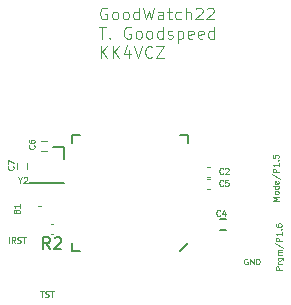
<source format=gto>
G04 #@! TF.FileFunction,Legend,Top*
%FSLAX46Y46*%
G04 Gerber Fmt 4.6, Leading zero omitted, Abs format (unit mm)*
G04 Created by KiCad (PCBNEW 4.0.5+dfsg1-4) date Mon Jul 30 14:02:08 2018*
%MOMM*%
%LPD*%
G01*
G04 APERTURE LIST*
%ADD10C,0.100000*%
%ADD11C,0.125000*%
%ADD12C,0.120000*%
%ADD13C,0.150000*%
G04 APERTURE END LIST*
D10*
X100076000Y-78105000D02*
X99822000Y-78105000D01*
D11*
X117555047Y-82594000D02*
X117507428Y-82570190D01*
X117436000Y-82570190D01*
X117364571Y-82594000D01*
X117316952Y-82641619D01*
X117293143Y-82689238D01*
X117269333Y-82784476D01*
X117269333Y-82855905D01*
X117293143Y-82951143D01*
X117316952Y-82998762D01*
X117364571Y-83046381D01*
X117436000Y-83070190D01*
X117483619Y-83070190D01*
X117555047Y-83046381D01*
X117578857Y-83022571D01*
X117578857Y-82855905D01*
X117483619Y-82855905D01*
X117793143Y-83070190D02*
X117793143Y-82570190D01*
X118078857Y-83070190D01*
X118078857Y-82570190D01*
X118316953Y-83070190D02*
X118316953Y-82570190D01*
X118436000Y-82570190D01*
X118507429Y-82594000D01*
X118555048Y-82641619D01*
X118578857Y-82689238D01*
X118602667Y-82784476D01*
X118602667Y-82855905D01*
X118578857Y-82951143D01*
X118555048Y-82998762D01*
X118507429Y-83046381D01*
X118436000Y-83070190D01*
X118316953Y-83070190D01*
X120448190Y-83526380D02*
X119948190Y-83526380D01*
X119948190Y-83335904D01*
X119972000Y-83288285D01*
X119995810Y-83264476D01*
X120043429Y-83240666D01*
X120114857Y-83240666D01*
X120162476Y-83264476D01*
X120186286Y-83288285D01*
X120210095Y-83335904D01*
X120210095Y-83526380D01*
X120448190Y-83026380D02*
X120114857Y-83026380D01*
X120210095Y-83026380D02*
X120162476Y-83002571D01*
X120138667Y-82978761D01*
X120114857Y-82931142D01*
X120114857Y-82883523D01*
X120114857Y-82502571D02*
X120519619Y-82502571D01*
X120567238Y-82526380D01*
X120591048Y-82550190D01*
X120614857Y-82597809D01*
X120614857Y-82669237D01*
X120591048Y-82716856D01*
X120424381Y-82502571D02*
X120448190Y-82550190D01*
X120448190Y-82645428D01*
X120424381Y-82693047D01*
X120400571Y-82716856D01*
X120352952Y-82740666D01*
X120210095Y-82740666D01*
X120162476Y-82716856D01*
X120138667Y-82693047D01*
X120114857Y-82645428D01*
X120114857Y-82550190D01*
X120138667Y-82502571D01*
X120448190Y-82264475D02*
X120114857Y-82264475D01*
X120162476Y-82264475D02*
X120138667Y-82240666D01*
X120114857Y-82193047D01*
X120114857Y-82121618D01*
X120138667Y-82073999D01*
X120186286Y-82050190D01*
X120448190Y-82050190D01*
X120186286Y-82050190D02*
X120138667Y-82026380D01*
X120114857Y-81978761D01*
X120114857Y-81907333D01*
X120138667Y-81859713D01*
X120186286Y-81835904D01*
X120448190Y-81835904D01*
X119924381Y-81240666D02*
X120567238Y-81669237D01*
X120448190Y-81073998D02*
X119948190Y-81073998D01*
X119948190Y-80883522D01*
X119972000Y-80835903D01*
X119995810Y-80812094D01*
X120043429Y-80788284D01*
X120114857Y-80788284D01*
X120162476Y-80812094D01*
X120186286Y-80835903D01*
X120210095Y-80883522D01*
X120210095Y-81073998D01*
X120448190Y-80312094D02*
X120448190Y-80597808D01*
X120448190Y-80454951D02*
X119948190Y-80454951D01*
X120019619Y-80502570D01*
X120067238Y-80550189D01*
X120091048Y-80597808D01*
X120400571Y-80097808D02*
X120424381Y-80073999D01*
X120448190Y-80097808D01*
X120424381Y-80121618D01*
X120400571Y-80097808D01*
X120448190Y-80097808D01*
X119948190Y-79645428D02*
X119948190Y-79740666D01*
X119972000Y-79788285D01*
X119995810Y-79812094D01*
X120067238Y-79859713D01*
X120162476Y-79883523D01*
X120352952Y-79883523D01*
X120400571Y-79859713D01*
X120424381Y-79835904D01*
X120448190Y-79788285D01*
X120448190Y-79693047D01*
X120424381Y-79645428D01*
X120400571Y-79621618D01*
X120352952Y-79597809D01*
X120233905Y-79597809D01*
X120186286Y-79621618D01*
X120162476Y-79645428D01*
X120138667Y-79693047D01*
X120138667Y-79788285D01*
X120162476Y-79835904D01*
X120186286Y-79859713D01*
X120233905Y-79883523D01*
X120194190Y-77672475D02*
X119694190Y-77672475D01*
X120051333Y-77505809D01*
X119694190Y-77339142D01*
X120194190Y-77339142D01*
X120194190Y-77029618D02*
X120170381Y-77077237D01*
X120146571Y-77101046D01*
X120098952Y-77124856D01*
X119956095Y-77124856D01*
X119908476Y-77101046D01*
X119884667Y-77077237D01*
X119860857Y-77029618D01*
X119860857Y-76958189D01*
X119884667Y-76910570D01*
X119908476Y-76886761D01*
X119956095Y-76862951D01*
X120098952Y-76862951D01*
X120146571Y-76886761D01*
X120170381Y-76910570D01*
X120194190Y-76958189D01*
X120194190Y-77029618D01*
X120194190Y-76434380D02*
X119694190Y-76434380D01*
X120170381Y-76434380D02*
X120194190Y-76481999D01*
X120194190Y-76577237D01*
X120170381Y-76624856D01*
X120146571Y-76648665D01*
X120098952Y-76672475D01*
X119956095Y-76672475D01*
X119908476Y-76648665D01*
X119884667Y-76624856D01*
X119860857Y-76577237D01*
X119860857Y-76481999D01*
X119884667Y-76434380D01*
X120170381Y-76005808D02*
X120194190Y-76053427D01*
X120194190Y-76148665D01*
X120170381Y-76196284D01*
X120122762Y-76220094D01*
X119932286Y-76220094D01*
X119884667Y-76196284D01*
X119860857Y-76148665D01*
X119860857Y-76053427D01*
X119884667Y-76005808D01*
X119932286Y-75981999D01*
X119979905Y-75981999D01*
X120027524Y-76220094D01*
X119670381Y-75410571D02*
X120313238Y-75839142D01*
X120194190Y-75243903D02*
X119694190Y-75243903D01*
X119694190Y-75053427D01*
X119718000Y-75005808D01*
X119741810Y-74981999D01*
X119789429Y-74958189D01*
X119860857Y-74958189D01*
X119908476Y-74981999D01*
X119932286Y-75005808D01*
X119956095Y-75053427D01*
X119956095Y-75243903D01*
X120194190Y-74481999D02*
X120194190Y-74767713D01*
X120194190Y-74624856D02*
X119694190Y-74624856D01*
X119765619Y-74672475D01*
X119813238Y-74720094D01*
X119837048Y-74767713D01*
X120146571Y-74267713D02*
X120170381Y-74243904D01*
X120194190Y-74267713D01*
X120170381Y-74291523D01*
X120146571Y-74267713D01*
X120194190Y-74267713D01*
X119694190Y-73791523D02*
X119694190Y-74029618D01*
X119932286Y-74053428D01*
X119908476Y-74029618D01*
X119884667Y-73981999D01*
X119884667Y-73862952D01*
X119908476Y-73815333D01*
X119932286Y-73791523D01*
X119979905Y-73767714D01*
X120098952Y-73767714D01*
X120146571Y-73791523D01*
X120170381Y-73815333D01*
X120194190Y-73862952D01*
X120194190Y-73981999D01*
X120170381Y-74029618D01*
X120146571Y-74053428D01*
X105663905Y-61375000D02*
X105568667Y-61327381D01*
X105425810Y-61327381D01*
X105282952Y-61375000D01*
X105187714Y-61470238D01*
X105140095Y-61565476D01*
X105092476Y-61755952D01*
X105092476Y-61898810D01*
X105140095Y-62089286D01*
X105187714Y-62184524D01*
X105282952Y-62279762D01*
X105425810Y-62327381D01*
X105521048Y-62327381D01*
X105663905Y-62279762D01*
X105711524Y-62232143D01*
X105711524Y-61898810D01*
X105521048Y-61898810D01*
X106282952Y-62327381D02*
X106187714Y-62279762D01*
X106140095Y-62232143D01*
X106092476Y-62136905D01*
X106092476Y-61851190D01*
X106140095Y-61755952D01*
X106187714Y-61708333D01*
X106282952Y-61660714D01*
X106425810Y-61660714D01*
X106521048Y-61708333D01*
X106568667Y-61755952D01*
X106616286Y-61851190D01*
X106616286Y-62136905D01*
X106568667Y-62232143D01*
X106521048Y-62279762D01*
X106425810Y-62327381D01*
X106282952Y-62327381D01*
X107187714Y-62327381D02*
X107092476Y-62279762D01*
X107044857Y-62232143D01*
X106997238Y-62136905D01*
X106997238Y-61851190D01*
X107044857Y-61755952D01*
X107092476Y-61708333D01*
X107187714Y-61660714D01*
X107330572Y-61660714D01*
X107425810Y-61708333D01*
X107473429Y-61755952D01*
X107521048Y-61851190D01*
X107521048Y-62136905D01*
X107473429Y-62232143D01*
X107425810Y-62279762D01*
X107330572Y-62327381D01*
X107187714Y-62327381D01*
X108378191Y-62327381D02*
X108378191Y-61327381D01*
X108378191Y-62279762D02*
X108282953Y-62327381D01*
X108092476Y-62327381D01*
X107997238Y-62279762D01*
X107949619Y-62232143D01*
X107902000Y-62136905D01*
X107902000Y-61851190D01*
X107949619Y-61755952D01*
X107997238Y-61708333D01*
X108092476Y-61660714D01*
X108282953Y-61660714D01*
X108378191Y-61708333D01*
X108759143Y-61327381D02*
X108997238Y-62327381D01*
X109187715Y-61613095D01*
X109378191Y-62327381D01*
X109616286Y-61327381D01*
X110425810Y-62327381D02*
X110425810Y-61803571D01*
X110378191Y-61708333D01*
X110282953Y-61660714D01*
X110092476Y-61660714D01*
X109997238Y-61708333D01*
X110425810Y-62279762D02*
X110330572Y-62327381D01*
X110092476Y-62327381D01*
X109997238Y-62279762D01*
X109949619Y-62184524D01*
X109949619Y-62089286D01*
X109997238Y-61994048D01*
X110092476Y-61946429D01*
X110330572Y-61946429D01*
X110425810Y-61898810D01*
X110759143Y-61660714D02*
X111140095Y-61660714D01*
X110902000Y-61327381D02*
X110902000Y-62184524D01*
X110949619Y-62279762D01*
X111044857Y-62327381D01*
X111140095Y-62327381D01*
X111902001Y-62279762D02*
X111806763Y-62327381D01*
X111616286Y-62327381D01*
X111521048Y-62279762D01*
X111473429Y-62232143D01*
X111425810Y-62136905D01*
X111425810Y-61851190D01*
X111473429Y-61755952D01*
X111521048Y-61708333D01*
X111616286Y-61660714D01*
X111806763Y-61660714D01*
X111902001Y-61708333D01*
X112330572Y-62327381D02*
X112330572Y-61327381D01*
X112759144Y-62327381D02*
X112759144Y-61803571D01*
X112711525Y-61708333D01*
X112616287Y-61660714D01*
X112473429Y-61660714D01*
X112378191Y-61708333D01*
X112330572Y-61755952D01*
X113187715Y-61422619D02*
X113235334Y-61375000D01*
X113330572Y-61327381D01*
X113568668Y-61327381D01*
X113663906Y-61375000D01*
X113711525Y-61422619D01*
X113759144Y-61517857D01*
X113759144Y-61613095D01*
X113711525Y-61755952D01*
X113140096Y-62327381D01*
X113759144Y-62327381D01*
X114140096Y-61422619D02*
X114187715Y-61375000D01*
X114282953Y-61327381D01*
X114521049Y-61327381D01*
X114616287Y-61375000D01*
X114663906Y-61422619D01*
X114711525Y-61517857D01*
X114711525Y-61613095D01*
X114663906Y-61755952D01*
X114092477Y-62327381D01*
X114711525Y-62327381D01*
X104997238Y-62952381D02*
X105568667Y-62952381D01*
X105282952Y-63952381D02*
X105282952Y-62952381D01*
X105902000Y-63857143D02*
X105949619Y-63904762D01*
X105902000Y-63952381D01*
X105854381Y-63904762D01*
X105902000Y-63857143D01*
X105902000Y-63952381D01*
X107663905Y-63000000D02*
X107568667Y-62952381D01*
X107425810Y-62952381D01*
X107282952Y-63000000D01*
X107187714Y-63095238D01*
X107140095Y-63190476D01*
X107092476Y-63380952D01*
X107092476Y-63523810D01*
X107140095Y-63714286D01*
X107187714Y-63809524D01*
X107282952Y-63904762D01*
X107425810Y-63952381D01*
X107521048Y-63952381D01*
X107663905Y-63904762D01*
X107711524Y-63857143D01*
X107711524Y-63523810D01*
X107521048Y-63523810D01*
X108282952Y-63952381D02*
X108187714Y-63904762D01*
X108140095Y-63857143D01*
X108092476Y-63761905D01*
X108092476Y-63476190D01*
X108140095Y-63380952D01*
X108187714Y-63333333D01*
X108282952Y-63285714D01*
X108425810Y-63285714D01*
X108521048Y-63333333D01*
X108568667Y-63380952D01*
X108616286Y-63476190D01*
X108616286Y-63761905D01*
X108568667Y-63857143D01*
X108521048Y-63904762D01*
X108425810Y-63952381D01*
X108282952Y-63952381D01*
X109187714Y-63952381D02*
X109092476Y-63904762D01*
X109044857Y-63857143D01*
X108997238Y-63761905D01*
X108997238Y-63476190D01*
X109044857Y-63380952D01*
X109092476Y-63333333D01*
X109187714Y-63285714D01*
X109330572Y-63285714D01*
X109425810Y-63333333D01*
X109473429Y-63380952D01*
X109521048Y-63476190D01*
X109521048Y-63761905D01*
X109473429Y-63857143D01*
X109425810Y-63904762D01*
X109330572Y-63952381D01*
X109187714Y-63952381D01*
X110378191Y-63952381D02*
X110378191Y-62952381D01*
X110378191Y-63904762D02*
X110282953Y-63952381D01*
X110092476Y-63952381D01*
X109997238Y-63904762D01*
X109949619Y-63857143D01*
X109902000Y-63761905D01*
X109902000Y-63476190D01*
X109949619Y-63380952D01*
X109997238Y-63333333D01*
X110092476Y-63285714D01*
X110282953Y-63285714D01*
X110378191Y-63333333D01*
X110806762Y-63904762D02*
X110902000Y-63952381D01*
X111092476Y-63952381D01*
X111187715Y-63904762D01*
X111235334Y-63809524D01*
X111235334Y-63761905D01*
X111187715Y-63666667D01*
X111092476Y-63619048D01*
X110949619Y-63619048D01*
X110854381Y-63571429D01*
X110806762Y-63476190D01*
X110806762Y-63428571D01*
X110854381Y-63333333D01*
X110949619Y-63285714D01*
X111092476Y-63285714D01*
X111187715Y-63333333D01*
X111663905Y-63285714D02*
X111663905Y-64285714D01*
X111663905Y-63333333D02*
X111759143Y-63285714D01*
X111949620Y-63285714D01*
X112044858Y-63333333D01*
X112092477Y-63380952D01*
X112140096Y-63476190D01*
X112140096Y-63761905D01*
X112092477Y-63857143D01*
X112044858Y-63904762D01*
X111949620Y-63952381D01*
X111759143Y-63952381D01*
X111663905Y-63904762D01*
X112949620Y-63904762D02*
X112854382Y-63952381D01*
X112663905Y-63952381D01*
X112568667Y-63904762D01*
X112521048Y-63809524D01*
X112521048Y-63428571D01*
X112568667Y-63333333D01*
X112663905Y-63285714D01*
X112854382Y-63285714D01*
X112949620Y-63333333D01*
X112997239Y-63428571D01*
X112997239Y-63523810D01*
X112521048Y-63619048D01*
X113806763Y-63904762D02*
X113711525Y-63952381D01*
X113521048Y-63952381D01*
X113425810Y-63904762D01*
X113378191Y-63809524D01*
X113378191Y-63428571D01*
X113425810Y-63333333D01*
X113521048Y-63285714D01*
X113711525Y-63285714D01*
X113806763Y-63333333D01*
X113854382Y-63428571D01*
X113854382Y-63523810D01*
X113378191Y-63619048D01*
X114711525Y-63952381D02*
X114711525Y-62952381D01*
X114711525Y-63904762D02*
X114616287Y-63952381D01*
X114425810Y-63952381D01*
X114330572Y-63904762D01*
X114282953Y-63857143D01*
X114235334Y-63761905D01*
X114235334Y-63476190D01*
X114282953Y-63380952D01*
X114330572Y-63333333D01*
X114425810Y-63285714D01*
X114616287Y-63285714D01*
X114711525Y-63333333D01*
X105140095Y-65577381D02*
X105140095Y-64577381D01*
X105711524Y-65577381D02*
X105282952Y-65005952D01*
X105711524Y-64577381D02*
X105140095Y-65148810D01*
X106140095Y-65577381D02*
X106140095Y-64577381D01*
X106711524Y-65577381D02*
X106282952Y-65005952D01*
X106711524Y-64577381D02*
X106140095Y-65148810D01*
X107568667Y-64910714D02*
X107568667Y-65577381D01*
X107330571Y-64529762D02*
X107092476Y-65244048D01*
X107711524Y-65244048D01*
X107949619Y-64577381D02*
X108282952Y-65577381D01*
X108616286Y-64577381D01*
X109521048Y-65482143D02*
X109473429Y-65529762D01*
X109330572Y-65577381D01*
X109235334Y-65577381D01*
X109092476Y-65529762D01*
X108997238Y-65434524D01*
X108949619Y-65339286D01*
X108902000Y-65148810D01*
X108902000Y-65005952D01*
X108949619Y-64815476D01*
X108997238Y-64720238D01*
X109092476Y-64625000D01*
X109235334Y-64577381D01*
X109330572Y-64577381D01*
X109473429Y-64625000D01*
X109521048Y-64672619D01*
X109854381Y-64577381D02*
X110521048Y-64577381D01*
X109854381Y-65577381D01*
X110521048Y-65577381D01*
X100012572Y-85324190D02*
X100298286Y-85324190D01*
X100155429Y-85824190D02*
X100155429Y-85324190D01*
X100441143Y-85800381D02*
X100512572Y-85824190D01*
X100631619Y-85824190D01*
X100679238Y-85800381D01*
X100703048Y-85776571D01*
X100726857Y-85728952D01*
X100726857Y-85681333D01*
X100703048Y-85633714D01*
X100679238Y-85609905D01*
X100631619Y-85586095D01*
X100536381Y-85562286D01*
X100488762Y-85538476D01*
X100464953Y-85514667D01*
X100441143Y-85467048D01*
X100441143Y-85419429D01*
X100464953Y-85371810D01*
X100488762Y-85348000D01*
X100536381Y-85324190D01*
X100655429Y-85324190D01*
X100726857Y-85348000D01*
X100869714Y-85324190D02*
X101155428Y-85324190D01*
X101012571Y-85824190D02*
X101012571Y-85324190D01*
X97365430Y-81204571D02*
X97389239Y-81228381D01*
X97365430Y-81252190D01*
X97341620Y-81228381D01*
X97365430Y-81204571D01*
X97365430Y-81252190D01*
X97365430Y-81061714D02*
X97341620Y-80776000D01*
X97365430Y-80752190D01*
X97389239Y-80776000D01*
X97365430Y-81061714D01*
X97365430Y-80752190D01*
X97889239Y-81252190D02*
X97722572Y-81014095D01*
X97603525Y-81252190D02*
X97603525Y-80752190D01*
X97794001Y-80752190D01*
X97841620Y-80776000D01*
X97865429Y-80799810D01*
X97889239Y-80847429D01*
X97889239Y-80918857D01*
X97865429Y-80966476D01*
X97841620Y-80990286D01*
X97794001Y-81014095D01*
X97603525Y-81014095D01*
X98079715Y-81228381D02*
X98151144Y-81252190D01*
X98270191Y-81252190D01*
X98317810Y-81228381D01*
X98341620Y-81204571D01*
X98365429Y-81156952D01*
X98365429Y-81109333D01*
X98341620Y-81061714D01*
X98317810Y-81037905D01*
X98270191Y-81014095D01*
X98174953Y-80990286D01*
X98127334Y-80966476D01*
X98103525Y-80942667D01*
X98079715Y-80895048D01*
X98079715Y-80847429D01*
X98103525Y-80799810D01*
X98127334Y-80776000D01*
X98174953Y-80752190D01*
X98294001Y-80752190D01*
X98365429Y-80776000D01*
X98508286Y-80752190D02*
X98794000Y-80752190D01*
X98651143Y-81252190D02*
X98651143Y-80752190D01*
D12*
X98879600Y-74466000D02*
X98879600Y-74966000D01*
X98079600Y-74966000D02*
X98079600Y-74466000D01*
X100083200Y-72639600D02*
X100583200Y-72639600D01*
X100583200Y-73439600D02*
X100083200Y-73439600D01*
X100893600Y-80490000D02*
X101133600Y-80490000D01*
X101133600Y-79610000D02*
X100893600Y-79610000D01*
X114373000Y-75800000D02*
X114133000Y-75800000D01*
X114133000Y-76680000D02*
X114373000Y-76680000D01*
X114373000Y-74784000D02*
X114133000Y-74784000D01*
X114133000Y-75664000D02*
X114373000Y-75664000D01*
D13*
X102070400Y-76157200D02*
X99070400Y-76157200D01*
X102070400Y-73157200D02*
X102070400Y-74157200D01*
X101070400Y-73157200D02*
X102070400Y-73157200D01*
X115773000Y-79194000D02*
X115273000Y-79194000D01*
X115273000Y-80144000D02*
X115773000Y-80144000D01*
X112500000Y-81250000D02*
X111850000Y-81900000D01*
X103350000Y-81900000D02*
X102700000Y-81900000D01*
X102700000Y-81900000D02*
X102700000Y-81250000D01*
X111850000Y-72100000D02*
X112500000Y-72100000D01*
X112500000Y-72100000D02*
X112500000Y-72750000D01*
X103350000Y-72100000D02*
X102700000Y-72100000D01*
X102700000Y-72100000D02*
X102700000Y-72750000D01*
D11*
X98008286Y-78561381D02*
X98032095Y-78489952D01*
X98055905Y-78466143D01*
X98103524Y-78442333D01*
X98174952Y-78442333D01*
X98222571Y-78466143D01*
X98246381Y-78489952D01*
X98270190Y-78537571D01*
X98270190Y-78728047D01*
X97770190Y-78728047D01*
X97770190Y-78561381D01*
X97794000Y-78513762D01*
X97817810Y-78489952D01*
X97865429Y-78466143D01*
X97913048Y-78466143D01*
X97960667Y-78489952D01*
X97984476Y-78513762D01*
X98008286Y-78561381D01*
X98008286Y-78728047D01*
X98270190Y-77966143D02*
X98270190Y-78251857D01*
X98270190Y-78109000D02*
X97770190Y-78109000D01*
X97841619Y-78156619D01*
X97889238Y-78204238D01*
X97913048Y-78251857D01*
X97714571Y-74759333D02*
X97738381Y-74783143D01*
X97762190Y-74854571D01*
X97762190Y-74902190D01*
X97738381Y-74973619D01*
X97690762Y-75021238D01*
X97643143Y-75045047D01*
X97547905Y-75068857D01*
X97476476Y-75068857D01*
X97381238Y-75045047D01*
X97333619Y-75021238D01*
X97286000Y-74973619D01*
X97262190Y-74902190D01*
X97262190Y-74854571D01*
X97286000Y-74783143D01*
X97309810Y-74759333D01*
X97262190Y-74592666D02*
X97262190Y-74259333D01*
X97762190Y-74473619D01*
X99492571Y-72981333D02*
X99516381Y-73005143D01*
X99540190Y-73076571D01*
X99540190Y-73124190D01*
X99516381Y-73195619D01*
X99468762Y-73243238D01*
X99421143Y-73267047D01*
X99325905Y-73290857D01*
X99254476Y-73290857D01*
X99159238Y-73267047D01*
X99111619Y-73243238D01*
X99064000Y-73195619D01*
X99040190Y-73124190D01*
X99040190Y-73076571D01*
X99064000Y-73005143D01*
X99087810Y-72981333D01*
X99040190Y-72552762D02*
X99040190Y-72648000D01*
X99064000Y-72695619D01*
X99087810Y-72719428D01*
X99159238Y-72767047D01*
X99254476Y-72790857D01*
X99444952Y-72790857D01*
X99492571Y-72767047D01*
X99516381Y-72743238D01*
X99540190Y-72695619D01*
X99540190Y-72600381D01*
X99516381Y-72552762D01*
X99492571Y-72528952D01*
X99444952Y-72505143D01*
X99325905Y-72505143D01*
X99278286Y-72528952D01*
X99254476Y-72552762D01*
X99230667Y-72600381D01*
X99230667Y-72695619D01*
X99254476Y-72743238D01*
X99278286Y-72767047D01*
X99325905Y-72790857D01*
D13*
X100846934Y-81752381D02*
X100513600Y-81276190D01*
X100275505Y-81752381D02*
X100275505Y-80752381D01*
X100656458Y-80752381D01*
X100751696Y-80800000D01*
X100799315Y-80847619D01*
X100846934Y-80942857D01*
X100846934Y-81085714D01*
X100799315Y-81180952D01*
X100751696Y-81228571D01*
X100656458Y-81276190D01*
X100275505Y-81276190D01*
X101227886Y-80847619D02*
X101275505Y-80800000D01*
X101370743Y-80752381D01*
X101608839Y-80752381D01*
X101704077Y-80800000D01*
X101751696Y-80847619D01*
X101799315Y-80942857D01*
X101799315Y-81038095D01*
X101751696Y-81180952D01*
X101180267Y-81752381D01*
X101799315Y-81752381D01*
D11*
X115486667Y-76378571D02*
X115462857Y-76402381D01*
X115391429Y-76426190D01*
X115343810Y-76426190D01*
X115272381Y-76402381D01*
X115224762Y-76354762D01*
X115200953Y-76307143D01*
X115177143Y-76211905D01*
X115177143Y-76140476D01*
X115200953Y-76045238D01*
X115224762Y-75997619D01*
X115272381Y-75950000D01*
X115343810Y-75926190D01*
X115391429Y-75926190D01*
X115462857Y-75950000D01*
X115486667Y-75973810D01*
X115939048Y-75926190D02*
X115700953Y-75926190D01*
X115677143Y-76164286D01*
X115700953Y-76140476D01*
X115748572Y-76116667D01*
X115867619Y-76116667D01*
X115915238Y-76140476D01*
X115939048Y-76164286D01*
X115962857Y-76211905D01*
X115962857Y-76330952D01*
X115939048Y-76378571D01*
X115915238Y-76402381D01*
X115867619Y-76426190D01*
X115748572Y-76426190D01*
X115700953Y-76402381D01*
X115677143Y-76378571D01*
X115486667Y-75362571D02*
X115462857Y-75386381D01*
X115391429Y-75410190D01*
X115343810Y-75410190D01*
X115272381Y-75386381D01*
X115224762Y-75338762D01*
X115200953Y-75291143D01*
X115177143Y-75195905D01*
X115177143Y-75124476D01*
X115200953Y-75029238D01*
X115224762Y-74981619D01*
X115272381Y-74934000D01*
X115343810Y-74910190D01*
X115391429Y-74910190D01*
X115462857Y-74934000D01*
X115486667Y-74957810D01*
X115677143Y-74957810D02*
X115700953Y-74934000D01*
X115748572Y-74910190D01*
X115867619Y-74910190D01*
X115915238Y-74934000D01*
X115939048Y-74957810D01*
X115962857Y-75005429D01*
X115962857Y-75053048D01*
X115939048Y-75124476D01*
X115653334Y-75410190D01*
X115962857Y-75410190D01*
X98313906Y-75934095D02*
X98313906Y-76172190D01*
X98147239Y-75672190D02*
X98313906Y-75934095D01*
X98480572Y-75672190D01*
X98623429Y-75719810D02*
X98647239Y-75696000D01*
X98694858Y-75672190D01*
X98813905Y-75672190D01*
X98861524Y-75696000D01*
X98885334Y-75719810D01*
X98909143Y-75767429D01*
X98909143Y-75815048D01*
X98885334Y-75886476D01*
X98599620Y-76172190D01*
X98909143Y-76172190D01*
X115232667Y-78918571D02*
X115208857Y-78942381D01*
X115137429Y-78966190D01*
X115089810Y-78966190D01*
X115018381Y-78942381D01*
X114970762Y-78894762D01*
X114946953Y-78847143D01*
X114923143Y-78751905D01*
X114923143Y-78680476D01*
X114946953Y-78585238D01*
X114970762Y-78537619D01*
X115018381Y-78490000D01*
X115089810Y-78466190D01*
X115137429Y-78466190D01*
X115208857Y-78490000D01*
X115232667Y-78513810D01*
X115661238Y-78632857D02*
X115661238Y-78966190D01*
X115542191Y-78442381D02*
X115423143Y-78799524D01*
X115732667Y-78799524D01*
M02*

</source>
